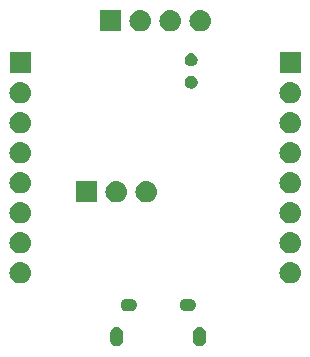
<source format=gbr>
%TF.GenerationSoftware,KiCad,Pcbnew,5.1.2*%
%TF.CreationDate,2019-09-03T08:08:03+08:00*%
%TF.ProjectId,stm32l011d4p6,73746d33-326c-4303-9131-643470362e6b,rev?*%
%TF.SameCoordinates,Original*%
%TF.FileFunction,Soldermask,Bot*%
%TF.FilePolarity,Negative*%
%FSLAX46Y46*%
G04 Gerber Fmt 4.6, Leading zero omitted, Abs format (unit mm)*
G04 Created by KiCad (PCBNEW 5.1.2) date 2019-09-03 08:08:03*
%MOMM*%
%LPD*%
G04 APERTURE LIST*
%ADD10C,0.350000*%
G04 APERTURE END LIST*
D10*
G36*
X158802014Y-88415973D02*
G01*
X158905878Y-88447479D01*
X158949907Y-88471013D01*
X159001599Y-88498643D01*
X159001601Y-88498644D01*
X159001600Y-88498644D01*
X159085501Y-88567499D01*
X159154356Y-88651400D01*
X159205521Y-88747121D01*
X159237027Y-88850985D01*
X159245000Y-88931933D01*
X159245000Y-89536067D01*
X159237027Y-89617015D01*
X159205521Y-89720879D01*
X159205519Y-89720882D01*
X159154357Y-89816600D01*
X159085501Y-89900501D01*
X159001600Y-89969357D01*
X158933055Y-90005995D01*
X158905879Y-90020521D01*
X158802015Y-90052027D01*
X158694000Y-90062666D01*
X158585986Y-90052027D01*
X158482122Y-90020521D01*
X158454946Y-90005995D01*
X158386401Y-89969357D01*
X158302500Y-89900501D01*
X158233643Y-89816599D01*
X158182481Y-89720882D01*
X158182480Y-89720879D01*
X158150973Y-89617015D01*
X158143000Y-89536067D01*
X158143000Y-88931934D01*
X158150973Y-88850986D01*
X158182479Y-88747122D01*
X158233644Y-88651400D01*
X158302499Y-88567499D01*
X158386400Y-88498644D01*
X158386399Y-88498644D01*
X158386401Y-88498643D01*
X158438093Y-88471013D01*
X158482121Y-88447479D01*
X158585985Y-88415973D01*
X158694000Y-88405334D01*
X158802014Y-88415973D01*
X158802014Y-88415973D01*
G37*
G36*
X151802014Y-88415973D02*
G01*
X151905878Y-88447479D01*
X151949907Y-88471013D01*
X152001599Y-88498643D01*
X152001601Y-88498644D01*
X152001600Y-88498644D01*
X152085501Y-88567499D01*
X152154356Y-88651400D01*
X152205521Y-88747121D01*
X152237027Y-88850985D01*
X152245000Y-88931933D01*
X152245000Y-89536067D01*
X152237027Y-89617015D01*
X152205521Y-89720879D01*
X152205519Y-89720882D01*
X152154357Y-89816600D01*
X152085501Y-89900501D01*
X152001600Y-89969357D01*
X151933055Y-90005995D01*
X151905879Y-90020521D01*
X151802015Y-90052027D01*
X151694000Y-90062666D01*
X151585986Y-90052027D01*
X151482122Y-90020521D01*
X151454946Y-90005995D01*
X151386401Y-89969357D01*
X151302500Y-89900501D01*
X151233643Y-89816599D01*
X151182481Y-89720882D01*
X151182480Y-89720879D01*
X151150973Y-89617015D01*
X151143000Y-89536067D01*
X151143000Y-88931934D01*
X151150973Y-88850986D01*
X151182479Y-88747122D01*
X151233644Y-88651400D01*
X151302499Y-88567499D01*
X151386400Y-88498644D01*
X151386399Y-88498644D01*
X151386401Y-88498643D01*
X151438093Y-88471013D01*
X151482121Y-88447479D01*
X151585985Y-88415973D01*
X151694000Y-88405334D01*
X151802014Y-88415973D01*
X151802014Y-88415973D01*
G37*
G36*
X152947114Y-86015611D02*
G01*
X153046265Y-86045688D01*
X153137644Y-86094531D01*
X153217738Y-86160262D01*
X153283469Y-86240356D01*
X153332312Y-86331735D01*
X153362389Y-86430886D01*
X153372545Y-86534000D01*
X153362389Y-86637114D01*
X153332312Y-86736265D01*
X153283469Y-86827644D01*
X153217738Y-86907738D01*
X153137644Y-86973469D01*
X153046265Y-87022312D01*
X152947114Y-87052389D01*
X152869839Y-87060000D01*
X152518161Y-87060000D01*
X152440886Y-87052389D01*
X152341735Y-87022312D01*
X152250356Y-86973469D01*
X152170262Y-86907738D01*
X152104531Y-86827644D01*
X152055688Y-86736265D01*
X152025611Y-86637114D01*
X152015455Y-86534000D01*
X152025611Y-86430886D01*
X152055688Y-86331735D01*
X152104531Y-86240356D01*
X152170262Y-86160262D01*
X152250356Y-86094531D01*
X152341735Y-86045688D01*
X152440886Y-86015611D01*
X152518161Y-86008000D01*
X152869839Y-86008000D01*
X152947114Y-86015611D01*
X152947114Y-86015611D01*
G37*
G36*
X157947114Y-86015611D02*
G01*
X158046265Y-86045688D01*
X158137644Y-86094531D01*
X158217738Y-86160262D01*
X158283469Y-86240356D01*
X158332312Y-86331735D01*
X158362389Y-86430886D01*
X158372545Y-86534000D01*
X158362389Y-86637114D01*
X158332312Y-86736265D01*
X158283469Y-86827644D01*
X158217738Y-86907738D01*
X158137644Y-86973469D01*
X158046265Y-87022312D01*
X157947114Y-87052389D01*
X157869839Y-87060000D01*
X157518161Y-87060000D01*
X157440886Y-87052389D01*
X157341735Y-87022312D01*
X157250356Y-86973469D01*
X157170262Y-86907738D01*
X157104531Y-86827644D01*
X157055688Y-86736265D01*
X157025611Y-86637114D01*
X157015455Y-86534000D01*
X157025611Y-86430886D01*
X157055688Y-86331735D01*
X157104531Y-86240356D01*
X157170262Y-86160262D01*
X157250356Y-86094531D01*
X157341735Y-86045688D01*
X157440886Y-86015611D01*
X157518161Y-86008000D01*
X157869839Y-86008000D01*
X157947114Y-86015611D01*
X157947114Y-86015611D01*
G37*
G36*
X166480443Y-82925519D02*
G01*
X166546627Y-82932037D01*
X166716466Y-82983557D01*
X166872991Y-83067222D01*
X166908729Y-83096552D01*
X167010186Y-83179814D01*
X167093448Y-83281271D01*
X167122778Y-83317009D01*
X167206443Y-83473534D01*
X167257963Y-83643373D01*
X167275359Y-83820000D01*
X167257963Y-83996627D01*
X167206443Y-84166466D01*
X167122778Y-84322991D01*
X167093448Y-84358729D01*
X167010186Y-84460186D01*
X166908729Y-84543448D01*
X166872991Y-84572778D01*
X166716466Y-84656443D01*
X166546627Y-84707963D01*
X166480443Y-84714481D01*
X166414260Y-84721000D01*
X166325740Y-84721000D01*
X166259557Y-84714481D01*
X166193373Y-84707963D01*
X166023534Y-84656443D01*
X165867009Y-84572778D01*
X165831271Y-84543448D01*
X165729814Y-84460186D01*
X165646552Y-84358729D01*
X165617222Y-84322991D01*
X165533557Y-84166466D01*
X165482037Y-83996627D01*
X165464641Y-83820000D01*
X165482037Y-83643373D01*
X165533557Y-83473534D01*
X165617222Y-83317009D01*
X165646552Y-83281271D01*
X165729814Y-83179814D01*
X165831271Y-83096552D01*
X165867009Y-83067222D01*
X166023534Y-82983557D01*
X166193373Y-82932037D01*
X166259557Y-82925519D01*
X166325740Y-82919000D01*
X166414260Y-82919000D01*
X166480443Y-82925519D01*
X166480443Y-82925519D01*
G37*
G36*
X143620443Y-82925519D02*
G01*
X143686627Y-82932037D01*
X143856466Y-82983557D01*
X144012991Y-83067222D01*
X144048729Y-83096552D01*
X144150186Y-83179814D01*
X144233448Y-83281271D01*
X144262778Y-83317009D01*
X144346443Y-83473534D01*
X144397963Y-83643373D01*
X144415359Y-83820000D01*
X144397963Y-83996627D01*
X144346443Y-84166466D01*
X144262778Y-84322991D01*
X144233448Y-84358729D01*
X144150186Y-84460186D01*
X144048729Y-84543448D01*
X144012991Y-84572778D01*
X143856466Y-84656443D01*
X143686627Y-84707963D01*
X143620443Y-84714481D01*
X143554260Y-84721000D01*
X143465740Y-84721000D01*
X143399557Y-84714481D01*
X143333373Y-84707963D01*
X143163534Y-84656443D01*
X143007009Y-84572778D01*
X142971271Y-84543448D01*
X142869814Y-84460186D01*
X142786552Y-84358729D01*
X142757222Y-84322991D01*
X142673557Y-84166466D01*
X142622037Y-83996627D01*
X142604641Y-83820000D01*
X142622037Y-83643373D01*
X142673557Y-83473534D01*
X142757222Y-83317009D01*
X142786552Y-83281271D01*
X142869814Y-83179814D01*
X142971271Y-83096552D01*
X143007009Y-83067222D01*
X143163534Y-82983557D01*
X143333373Y-82932037D01*
X143399557Y-82925519D01*
X143465740Y-82919000D01*
X143554260Y-82919000D01*
X143620443Y-82925519D01*
X143620443Y-82925519D01*
G37*
G36*
X166480442Y-80385518D02*
G01*
X166546627Y-80392037D01*
X166716466Y-80443557D01*
X166872991Y-80527222D01*
X166908729Y-80556552D01*
X167010186Y-80639814D01*
X167093448Y-80741271D01*
X167122778Y-80777009D01*
X167206443Y-80933534D01*
X167257963Y-81103373D01*
X167275359Y-81280000D01*
X167257963Y-81456627D01*
X167206443Y-81626466D01*
X167122778Y-81782991D01*
X167093448Y-81818729D01*
X167010186Y-81920186D01*
X166908729Y-82003448D01*
X166872991Y-82032778D01*
X166716466Y-82116443D01*
X166546627Y-82167963D01*
X166480443Y-82174481D01*
X166414260Y-82181000D01*
X166325740Y-82181000D01*
X166259557Y-82174481D01*
X166193373Y-82167963D01*
X166023534Y-82116443D01*
X165867009Y-82032778D01*
X165831271Y-82003448D01*
X165729814Y-81920186D01*
X165646552Y-81818729D01*
X165617222Y-81782991D01*
X165533557Y-81626466D01*
X165482037Y-81456627D01*
X165464641Y-81280000D01*
X165482037Y-81103373D01*
X165533557Y-80933534D01*
X165617222Y-80777009D01*
X165646552Y-80741271D01*
X165729814Y-80639814D01*
X165831271Y-80556552D01*
X165867009Y-80527222D01*
X166023534Y-80443557D01*
X166193373Y-80392037D01*
X166259558Y-80385518D01*
X166325740Y-80379000D01*
X166414260Y-80379000D01*
X166480442Y-80385518D01*
X166480442Y-80385518D01*
G37*
G36*
X143620442Y-80385518D02*
G01*
X143686627Y-80392037D01*
X143856466Y-80443557D01*
X144012991Y-80527222D01*
X144048729Y-80556552D01*
X144150186Y-80639814D01*
X144233448Y-80741271D01*
X144262778Y-80777009D01*
X144346443Y-80933534D01*
X144397963Y-81103373D01*
X144415359Y-81280000D01*
X144397963Y-81456627D01*
X144346443Y-81626466D01*
X144262778Y-81782991D01*
X144233448Y-81818729D01*
X144150186Y-81920186D01*
X144048729Y-82003448D01*
X144012991Y-82032778D01*
X143856466Y-82116443D01*
X143686627Y-82167963D01*
X143620443Y-82174481D01*
X143554260Y-82181000D01*
X143465740Y-82181000D01*
X143399557Y-82174481D01*
X143333373Y-82167963D01*
X143163534Y-82116443D01*
X143007009Y-82032778D01*
X142971271Y-82003448D01*
X142869814Y-81920186D01*
X142786552Y-81818729D01*
X142757222Y-81782991D01*
X142673557Y-81626466D01*
X142622037Y-81456627D01*
X142604641Y-81280000D01*
X142622037Y-81103373D01*
X142673557Y-80933534D01*
X142757222Y-80777009D01*
X142786552Y-80741271D01*
X142869814Y-80639814D01*
X142971271Y-80556552D01*
X143007009Y-80527222D01*
X143163534Y-80443557D01*
X143333373Y-80392037D01*
X143399558Y-80385518D01*
X143465740Y-80379000D01*
X143554260Y-80379000D01*
X143620442Y-80385518D01*
X143620442Y-80385518D01*
G37*
G36*
X166480443Y-77845519D02*
G01*
X166546627Y-77852037D01*
X166716466Y-77903557D01*
X166872991Y-77987222D01*
X166908729Y-78016552D01*
X167010186Y-78099814D01*
X167093448Y-78201271D01*
X167122778Y-78237009D01*
X167206443Y-78393534D01*
X167257963Y-78563373D01*
X167275359Y-78740000D01*
X167257963Y-78916627D01*
X167206443Y-79086466D01*
X167122778Y-79242991D01*
X167093448Y-79278729D01*
X167010186Y-79380186D01*
X166908729Y-79463448D01*
X166872991Y-79492778D01*
X166716466Y-79576443D01*
X166546627Y-79627963D01*
X166480442Y-79634482D01*
X166414260Y-79641000D01*
X166325740Y-79641000D01*
X166259558Y-79634482D01*
X166193373Y-79627963D01*
X166023534Y-79576443D01*
X165867009Y-79492778D01*
X165831271Y-79463448D01*
X165729814Y-79380186D01*
X165646552Y-79278729D01*
X165617222Y-79242991D01*
X165533557Y-79086466D01*
X165482037Y-78916627D01*
X165464641Y-78740000D01*
X165482037Y-78563373D01*
X165533557Y-78393534D01*
X165617222Y-78237009D01*
X165646552Y-78201271D01*
X165729814Y-78099814D01*
X165831271Y-78016552D01*
X165867009Y-77987222D01*
X166023534Y-77903557D01*
X166193373Y-77852037D01*
X166259557Y-77845519D01*
X166325740Y-77839000D01*
X166414260Y-77839000D01*
X166480443Y-77845519D01*
X166480443Y-77845519D01*
G37*
G36*
X143620443Y-77845519D02*
G01*
X143686627Y-77852037D01*
X143856466Y-77903557D01*
X144012991Y-77987222D01*
X144048729Y-78016552D01*
X144150186Y-78099814D01*
X144233448Y-78201271D01*
X144262778Y-78237009D01*
X144346443Y-78393534D01*
X144397963Y-78563373D01*
X144415359Y-78740000D01*
X144397963Y-78916627D01*
X144346443Y-79086466D01*
X144262778Y-79242991D01*
X144233448Y-79278729D01*
X144150186Y-79380186D01*
X144048729Y-79463448D01*
X144012991Y-79492778D01*
X143856466Y-79576443D01*
X143686627Y-79627963D01*
X143620442Y-79634482D01*
X143554260Y-79641000D01*
X143465740Y-79641000D01*
X143399558Y-79634482D01*
X143333373Y-79627963D01*
X143163534Y-79576443D01*
X143007009Y-79492778D01*
X142971271Y-79463448D01*
X142869814Y-79380186D01*
X142786552Y-79278729D01*
X142757222Y-79242991D01*
X142673557Y-79086466D01*
X142622037Y-78916627D01*
X142604641Y-78740000D01*
X142622037Y-78563373D01*
X142673557Y-78393534D01*
X142757222Y-78237009D01*
X142786552Y-78201271D01*
X142869814Y-78099814D01*
X142971271Y-78016552D01*
X143007009Y-77987222D01*
X143163534Y-77903557D01*
X143333373Y-77852037D01*
X143399557Y-77845519D01*
X143465740Y-77839000D01*
X143554260Y-77839000D01*
X143620443Y-77845519D01*
X143620443Y-77845519D01*
G37*
G36*
X154288443Y-76067519D02*
G01*
X154354627Y-76074037D01*
X154524466Y-76125557D01*
X154680991Y-76209222D01*
X154716729Y-76238552D01*
X154818186Y-76321814D01*
X154901448Y-76423271D01*
X154930778Y-76459009D01*
X155014443Y-76615534D01*
X155065963Y-76785373D01*
X155083359Y-76962000D01*
X155065963Y-77138627D01*
X155014443Y-77308466D01*
X154930778Y-77464991D01*
X154901448Y-77500729D01*
X154818186Y-77602186D01*
X154716729Y-77685448D01*
X154680991Y-77714778D01*
X154524466Y-77798443D01*
X154354627Y-77849963D01*
X154288443Y-77856481D01*
X154222260Y-77863000D01*
X154133740Y-77863000D01*
X154067557Y-77856481D01*
X154001373Y-77849963D01*
X153831534Y-77798443D01*
X153675009Y-77714778D01*
X153639271Y-77685448D01*
X153537814Y-77602186D01*
X153454552Y-77500729D01*
X153425222Y-77464991D01*
X153341557Y-77308466D01*
X153290037Y-77138627D01*
X153272641Y-76962000D01*
X153290037Y-76785373D01*
X153341557Y-76615534D01*
X153425222Y-76459009D01*
X153454552Y-76423271D01*
X153537814Y-76321814D01*
X153639271Y-76238552D01*
X153675009Y-76209222D01*
X153831534Y-76125557D01*
X154001373Y-76074037D01*
X154067557Y-76067519D01*
X154133740Y-76061000D01*
X154222260Y-76061000D01*
X154288443Y-76067519D01*
X154288443Y-76067519D01*
G37*
G36*
X149999000Y-77863000D02*
G01*
X148197000Y-77863000D01*
X148197000Y-76061000D01*
X149999000Y-76061000D01*
X149999000Y-77863000D01*
X149999000Y-77863000D01*
G37*
G36*
X151748443Y-76067519D02*
G01*
X151814627Y-76074037D01*
X151984466Y-76125557D01*
X152140991Y-76209222D01*
X152176729Y-76238552D01*
X152278186Y-76321814D01*
X152361448Y-76423271D01*
X152390778Y-76459009D01*
X152474443Y-76615534D01*
X152525963Y-76785373D01*
X152543359Y-76962000D01*
X152525963Y-77138627D01*
X152474443Y-77308466D01*
X152390778Y-77464991D01*
X152361448Y-77500729D01*
X152278186Y-77602186D01*
X152176729Y-77685448D01*
X152140991Y-77714778D01*
X151984466Y-77798443D01*
X151814627Y-77849963D01*
X151748443Y-77856481D01*
X151682260Y-77863000D01*
X151593740Y-77863000D01*
X151527557Y-77856481D01*
X151461373Y-77849963D01*
X151291534Y-77798443D01*
X151135009Y-77714778D01*
X151099271Y-77685448D01*
X150997814Y-77602186D01*
X150914552Y-77500729D01*
X150885222Y-77464991D01*
X150801557Y-77308466D01*
X150750037Y-77138627D01*
X150732641Y-76962000D01*
X150750037Y-76785373D01*
X150801557Y-76615534D01*
X150885222Y-76459009D01*
X150914552Y-76423271D01*
X150997814Y-76321814D01*
X151099271Y-76238552D01*
X151135009Y-76209222D01*
X151291534Y-76125557D01*
X151461373Y-76074037D01*
X151527557Y-76067519D01*
X151593740Y-76061000D01*
X151682260Y-76061000D01*
X151748443Y-76067519D01*
X151748443Y-76067519D01*
G37*
G36*
X143620442Y-75305518D02*
G01*
X143686627Y-75312037D01*
X143856466Y-75363557D01*
X144012991Y-75447222D01*
X144048729Y-75476552D01*
X144150186Y-75559814D01*
X144233448Y-75661271D01*
X144262778Y-75697009D01*
X144346443Y-75853534D01*
X144397963Y-76023373D01*
X144415359Y-76200000D01*
X144397963Y-76376627D01*
X144346443Y-76546466D01*
X144262778Y-76702991D01*
X144233448Y-76738729D01*
X144150186Y-76840186D01*
X144048729Y-76923448D01*
X144012991Y-76952778D01*
X143856466Y-77036443D01*
X143686627Y-77087963D01*
X143620442Y-77094482D01*
X143554260Y-77101000D01*
X143465740Y-77101000D01*
X143399558Y-77094482D01*
X143333373Y-77087963D01*
X143163534Y-77036443D01*
X143007009Y-76952778D01*
X142971271Y-76923448D01*
X142869814Y-76840186D01*
X142786552Y-76738729D01*
X142757222Y-76702991D01*
X142673557Y-76546466D01*
X142622037Y-76376627D01*
X142604641Y-76200000D01*
X142622037Y-76023373D01*
X142673557Y-75853534D01*
X142757222Y-75697009D01*
X142786552Y-75661271D01*
X142869814Y-75559814D01*
X142971271Y-75476552D01*
X143007009Y-75447222D01*
X143163534Y-75363557D01*
X143333373Y-75312037D01*
X143399558Y-75305518D01*
X143465740Y-75299000D01*
X143554260Y-75299000D01*
X143620442Y-75305518D01*
X143620442Y-75305518D01*
G37*
G36*
X166480442Y-75305518D02*
G01*
X166546627Y-75312037D01*
X166716466Y-75363557D01*
X166872991Y-75447222D01*
X166908729Y-75476552D01*
X167010186Y-75559814D01*
X167093448Y-75661271D01*
X167122778Y-75697009D01*
X167206443Y-75853534D01*
X167257963Y-76023373D01*
X167275359Y-76200000D01*
X167257963Y-76376627D01*
X167206443Y-76546466D01*
X167122778Y-76702991D01*
X167093448Y-76738729D01*
X167010186Y-76840186D01*
X166908729Y-76923448D01*
X166872991Y-76952778D01*
X166716466Y-77036443D01*
X166546627Y-77087963D01*
X166480442Y-77094482D01*
X166414260Y-77101000D01*
X166325740Y-77101000D01*
X166259558Y-77094482D01*
X166193373Y-77087963D01*
X166023534Y-77036443D01*
X165867009Y-76952778D01*
X165831271Y-76923448D01*
X165729814Y-76840186D01*
X165646552Y-76738729D01*
X165617222Y-76702991D01*
X165533557Y-76546466D01*
X165482037Y-76376627D01*
X165464641Y-76200000D01*
X165482037Y-76023373D01*
X165533557Y-75853534D01*
X165617222Y-75697009D01*
X165646552Y-75661271D01*
X165729814Y-75559814D01*
X165831271Y-75476552D01*
X165867009Y-75447222D01*
X166023534Y-75363557D01*
X166193373Y-75312037D01*
X166259558Y-75305518D01*
X166325740Y-75299000D01*
X166414260Y-75299000D01*
X166480442Y-75305518D01*
X166480442Y-75305518D01*
G37*
G36*
X166480442Y-72765518D02*
G01*
X166546627Y-72772037D01*
X166716466Y-72823557D01*
X166872991Y-72907222D01*
X166908729Y-72936552D01*
X167010186Y-73019814D01*
X167093448Y-73121271D01*
X167122778Y-73157009D01*
X167206443Y-73313534D01*
X167257963Y-73483373D01*
X167275359Y-73660000D01*
X167257963Y-73836627D01*
X167206443Y-74006466D01*
X167122778Y-74162991D01*
X167093448Y-74198729D01*
X167010186Y-74300186D01*
X166908729Y-74383448D01*
X166872991Y-74412778D01*
X166716466Y-74496443D01*
X166546627Y-74547963D01*
X166480442Y-74554482D01*
X166414260Y-74561000D01*
X166325740Y-74561000D01*
X166259558Y-74554482D01*
X166193373Y-74547963D01*
X166023534Y-74496443D01*
X165867009Y-74412778D01*
X165831271Y-74383448D01*
X165729814Y-74300186D01*
X165646552Y-74198729D01*
X165617222Y-74162991D01*
X165533557Y-74006466D01*
X165482037Y-73836627D01*
X165464641Y-73660000D01*
X165482037Y-73483373D01*
X165533557Y-73313534D01*
X165617222Y-73157009D01*
X165646552Y-73121271D01*
X165729814Y-73019814D01*
X165831271Y-72936552D01*
X165867009Y-72907222D01*
X166023534Y-72823557D01*
X166193373Y-72772037D01*
X166259558Y-72765518D01*
X166325740Y-72759000D01*
X166414260Y-72759000D01*
X166480442Y-72765518D01*
X166480442Y-72765518D01*
G37*
G36*
X143620442Y-72765518D02*
G01*
X143686627Y-72772037D01*
X143856466Y-72823557D01*
X144012991Y-72907222D01*
X144048729Y-72936552D01*
X144150186Y-73019814D01*
X144233448Y-73121271D01*
X144262778Y-73157009D01*
X144346443Y-73313534D01*
X144397963Y-73483373D01*
X144415359Y-73660000D01*
X144397963Y-73836627D01*
X144346443Y-74006466D01*
X144262778Y-74162991D01*
X144233448Y-74198729D01*
X144150186Y-74300186D01*
X144048729Y-74383448D01*
X144012991Y-74412778D01*
X143856466Y-74496443D01*
X143686627Y-74547963D01*
X143620442Y-74554482D01*
X143554260Y-74561000D01*
X143465740Y-74561000D01*
X143399558Y-74554482D01*
X143333373Y-74547963D01*
X143163534Y-74496443D01*
X143007009Y-74412778D01*
X142971271Y-74383448D01*
X142869814Y-74300186D01*
X142786552Y-74198729D01*
X142757222Y-74162991D01*
X142673557Y-74006466D01*
X142622037Y-73836627D01*
X142604641Y-73660000D01*
X142622037Y-73483373D01*
X142673557Y-73313534D01*
X142757222Y-73157009D01*
X142786552Y-73121271D01*
X142869814Y-73019814D01*
X142971271Y-72936552D01*
X143007009Y-72907222D01*
X143163534Y-72823557D01*
X143333373Y-72772037D01*
X143399558Y-72765518D01*
X143465740Y-72759000D01*
X143554260Y-72759000D01*
X143620442Y-72765518D01*
X143620442Y-72765518D01*
G37*
G36*
X166480442Y-70225518D02*
G01*
X166546627Y-70232037D01*
X166716466Y-70283557D01*
X166872991Y-70367222D01*
X166908729Y-70396552D01*
X167010186Y-70479814D01*
X167093448Y-70581271D01*
X167122778Y-70617009D01*
X167206443Y-70773534D01*
X167257963Y-70943373D01*
X167275359Y-71120000D01*
X167257963Y-71296627D01*
X167206443Y-71466466D01*
X167122778Y-71622991D01*
X167093448Y-71658729D01*
X167010186Y-71760186D01*
X166908729Y-71843448D01*
X166872991Y-71872778D01*
X166716466Y-71956443D01*
X166546627Y-72007963D01*
X166480443Y-72014481D01*
X166414260Y-72021000D01*
X166325740Y-72021000D01*
X166259557Y-72014481D01*
X166193373Y-72007963D01*
X166023534Y-71956443D01*
X165867009Y-71872778D01*
X165831271Y-71843448D01*
X165729814Y-71760186D01*
X165646552Y-71658729D01*
X165617222Y-71622991D01*
X165533557Y-71466466D01*
X165482037Y-71296627D01*
X165464641Y-71120000D01*
X165482037Y-70943373D01*
X165533557Y-70773534D01*
X165617222Y-70617009D01*
X165646552Y-70581271D01*
X165729814Y-70479814D01*
X165831271Y-70396552D01*
X165867009Y-70367222D01*
X166023534Y-70283557D01*
X166193373Y-70232037D01*
X166259558Y-70225518D01*
X166325740Y-70219000D01*
X166414260Y-70219000D01*
X166480442Y-70225518D01*
X166480442Y-70225518D01*
G37*
G36*
X143620442Y-70225518D02*
G01*
X143686627Y-70232037D01*
X143856466Y-70283557D01*
X144012991Y-70367222D01*
X144048729Y-70396552D01*
X144150186Y-70479814D01*
X144233448Y-70581271D01*
X144262778Y-70617009D01*
X144346443Y-70773534D01*
X144397963Y-70943373D01*
X144415359Y-71120000D01*
X144397963Y-71296627D01*
X144346443Y-71466466D01*
X144262778Y-71622991D01*
X144233448Y-71658729D01*
X144150186Y-71760186D01*
X144048729Y-71843448D01*
X144012991Y-71872778D01*
X143856466Y-71956443D01*
X143686627Y-72007963D01*
X143620443Y-72014481D01*
X143554260Y-72021000D01*
X143465740Y-72021000D01*
X143399557Y-72014481D01*
X143333373Y-72007963D01*
X143163534Y-71956443D01*
X143007009Y-71872778D01*
X142971271Y-71843448D01*
X142869814Y-71760186D01*
X142786552Y-71658729D01*
X142757222Y-71622991D01*
X142673557Y-71466466D01*
X142622037Y-71296627D01*
X142604641Y-71120000D01*
X142622037Y-70943373D01*
X142673557Y-70773534D01*
X142757222Y-70617009D01*
X142786552Y-70581271D01*
X142869814Y-70479814D01*
X142971271Y-70396552D01*
X143007009Y-70367222D01*
X143163534Y-70283557D01*
X143333373Y-70232037D01*
X143399558Y-70225518D01*
X143465740Y-70219000D01*
X143554260Y-70219000D01*
X143620442Y-70225518D01*
X143620442Y-70225518D01*
G37*
G36*
X166480443Y-67685519D02*
G01*
X166546627Y-67692037D01*
X166716466Y-67743557D01*
X166872991Y-67827222D01*
X166896750Y-67846721D01*
X167010186Y-67939814D01*
X167090140Y-68037240D01*
X167122778Y-68077009D01*
X167206443Y-68233534D01*
X167257963Y-68403373D01*
X167275359Y-68580000D01*
X167257963Y-68756627D01*
X167206443Y-68926466D01*
X167122778Y-69082991D01*
X167093448Y-69118729D01*
X167010186Y-69220186D01*
X166908729Y-69303448D01*
X166872991Y-69332778D01*
X166716466Y-69416443D01*
X166546627Y-69467963D01*
X166480442Y-69474482D01*
X166414260Y-69481000D01*
X166325740Y-69481000D01*
X166259558Y-69474482D01*
X166193373Y-69467963D01*
X166023534Y-69416443D01*
X165867009Y-69332778D01*
X165831271Y-69303448D01*
X165729814Y-69220186D01*
X165646552Y-69118729D01*
X165617222Y-69082991D01*
X165533557Y-68926466D01*
X165482037Y-68756627D01*
X165464641Y-68580000D01*
X165482037Y-68403373D01*
X165533557Y-68233534D01*
X165617222Y-68077009D01*
X165649860Y-68037240D01*
X165729814Y-67939814D01*
X165843250Y-67846721D01*
X165867009Y-67827222D01*
X166023534Y-67743557D01*
X166193373Y-67692037D01*
X166259557Y-67685519D01*
X166325740Y-67679000D01*
X166414260Y-67679000D01*
X166480443Y-67685519D01*
X166480443Y-67685519D01*
G37*
G36*
X143620443Y-67685519D02*
G01*
X143686627Y-67692037D01*
X143856466Y-67743557D01*
X144012991Y-67827222D01*
X144036750Y-67846721D01*
X144150186Y-67939814D01*
X144230140Y-68037240D01*
X144262778Y-68077009D01*
X144346443Y-68233534D01*
X144397963Y-68403373D01*
X144415359Y-68580000D01*
X144397963Y-68756627D01*
X144346443Y-68926466D01*
X144262778Y-69082991D01*
X144233448Y-69118729D01*
X144150186Y-69220186D01*
X144048729Y-69303448D01*
X144012991Y-69332778D01*
X143856466Y-69416443D01*
X143686627Y-69467963D01*
X143620442Y-69474482D01*
X143554260Y-69481000D01*
X143465740Y-69481000D01*
X143399558Y-69474482D01*
X143333373Y-69467963D01*
X143163534Y-69416443D01*
X143007009Y-69332778D01*
X142971271Y-69303448D01*
X142869814Y-69220186D01*
X142786552Y-69118729D01*
X142757222Y-69082991D01*
X142673557Y-68926466D01*
X142622037Y-68756627D01*
X142604641Y-68580000D01*
X142622037Y-68403373D01*
X142673557Y-68233534D01*
X142757222Y-68077009D01*
X142789860Y-68037240D01*
X142869814Y-67939814D01*
X142983250Y-67846721D01*
X143007009Y-67827222D01*
X143163534Y-67743557D01*
X143333373Y-67692037D01*
X143399557Y-67685519D01*
X143465740Y-67679000D01*
X143554260Y-67679000D01*
X143620443Y-67685519D01*
X143620443Y-67685519D01*
G37*
G36*
X158148721Y-67156174D02*
G01*
X158248995Y-67197709D01*
X158248996Y-67197710D01*
X158339242Y-67258010D01*
X158415990Y-67334758D01*
X158415991Y-67334760D01*
X158476291Y-67425005D01*
X158517826Y-67525279D01*
X158539000Y-67631730D01*
X158539000Y-67740270D01*
X158517826Y-67846721D01*
X158476291Y-67946995D01*
X158476290Y-67946996D01*
X158415990Y-68037242D01*
X158339242Y-68113990D01*
X158293812Y-68144345D01*
X158248995Y-68174291D01*
X158148721Y-68215826D01*
X158042270Y-68237000D01*
X157933730Y-68237000D01*
X157827279Y-68215826D01*
X157727005Y-68174291D01*
X157682188Y-68144345D01*
X157636758Y-68113990D01*
X157560010Y-68037242D01*
X157499710Y-67946996D01*
X157499709Y-67946995D01*
X157458174Y-67846721D01*
X157437000Y-67740270D01*
X157437000Y-67631730D01*
X157458174Y-67525279D01*
X157499709Y-67425005D01*
X157560009Y-67334760D01*
X157560010Y-67334758D01*
X157636758Y-67258010D01*
X157727004Y-67197710D01*
X157727005Y-67197709D01*
X157827279Y-67156174D01*
X157933730Y-67135000D01*
X158042270Y-67135000D01*
X158148721Y-67156174D01*
X158148721Y-67156174D01*
G37*
G36*
X144411000Y-66941000D02*
G01*
X142609000Y-66941000D01*
X142609000Y-65139000D01*
X144411000Y-65139000D01*
X144411000Y-66941000D01*
X144411000Y-66941000D01*
G37*
G36*
X167271000Y-66941000D02*
G01*
X165469000Y-66941000D01*
X165469000Y-65139000D01*
X167271000Y-65139000D01*
X167271000Y-66941000D01*
X167271000Y-66941000D01*
G37*
G36*
X158148721Y-65256174D02*
G01*
X158248995Y-65297709D01*
X158248996Y-65297710D01*
X158339242Y-65358010D01*
X158415990Y-65434758D01*
X158415991Y-65434760D01*
X158476291Y-65525005D01*
X158517826Y-65625279D01*
X158539000Y-65731730D01*
X158539000Y-65840270D01*
X158517826Y-65946721D01*
X158476291Y-66046995D01*
X158476290Y-66046996D01*
X158415990Y-66137242D01*
X158339242Y-66213990D01*
X158293812Y-66244345D01*
X158248995Y-66274291D01*
X158148721Y-66315826D01*
X158042270Y-66337000D01*
X157933730Y-66337000D01*
X157827279Y-66315826D01*
X157727005Y-66274291D01*
X157682188Y-66244345D01*
X157636758Y-66213990D01*
X157560010Y-66137242D01*
X157499710Y-66046996D01*
X157499709Y-66046995D01*
X157458174Y-65946721D01*
X157437000Y-65840270D01*
X157437000Y-65731730D01*
X157458174Y-65625279D01*
X157499709Y-65525005D01*
X157560009Y-65434760D01*
X157560010Y-65434758D01*
X157636758Y-65358010D01*
X157727004Y-65297710D01*
X157727005Y-65297709D01*
X157827279Y-65256174D01*
X157933730Y-65235000D01*
X158042270Y-65235000D01*
X158148721Y-65256174D01*
X158148721Y-65256174D01*
G37*
G36*
X156320442Y-61589518D02*
G01*
X156386627Y-61596037D01*
X156556466Y-61647557D01*
X156712991Y-61731222D01*
X156748729Y-61760552D01*
X156850186Y-61843814D01*
X156933448Y-61945271D01*
X156962778Y-61981009D01*
X157046443Y-62137534D01*
X157097963Y-62307373D01*
X157115359Y-62484000D01*
X157097963Y-62660627D01*
X157046443Y-62830466D01*
X156962778Y-62986991D01*
X156933448Y-63022729D01*
X156850186Y-63124186D01*
X156748729Y-63207448D01*
X156712991Y-63236778D01*
X156556466Y-63320443D01*
X156386627Y-63371963D01*
X156320442Y-63378482D01*
X156254260Y-63385000D01*
X156165740Y-63385000D01*
X156099558Y-63378482D01*
X156033373Y-63371963D01*
X155863534Y-63320443D01*
X155707009Y-63236778D01*
X155671271Y-63207448D01*
X155569814Y-63124186D01*
X155486552Y-63022729D01*
X155457222Y-62986991D01*
X155373557Y-62830466D01*
X155322037Y-62660627D01*
X155304641Y-62484000D01*
X155322037Y-62307373D01*
X155373557Y-62137534D01*
X155457222Y-61981009D01*
X155486552Y-61945271D01*
X155569814Y-61843814D01*
X155671271Y-61760552D01*
X155707009Y-61731222D01*
X155863534Y-61647557D01*
X156033373Y-61596037D01*
X156099558Y-61589518D01*
X156165740Y-61583000D01*
X156254260Y-61583000D01*
X156320442Y-61589518D01*
X156320442Y-61589518D01*
G37*
G36*
X158860442Y-61589518D02*
G01*
X158926627Y-61596037D01*
X159096466Y-61647557D01*
X159252991Y-61731222D01*
X159288729Y-61760552D01*
X159390186Y-61843814D01*
X159473448Y-61945271D01*
X159502778Y-61981009D01*
X159586443Y-62137534D01*
X159637963Y-62307373D01*
X159655359Y-62484000D01*
X159637963Y-62660627D01*
X159586443Y-62830466D01*
X159502778Y-62986991D01*
X159473448Y-63022729D01*
X159390186Y-63124186D01*
X159288729Y-63207448D01*
X159252991Y-63236778D01*
X159096466Y-63320443D01*
X158926627Y-63371963D01*
X158860442Y-63378482D01*
X158794260Y-63385000D01*
X158705740Y-63385000D01*
X158639558Y-63378482D01*
X158573373Y-63371963D01*
X158403534Y-63320443D01*
X158247009Y-63236778D01*
X158211271Y-63207448D01*
X158109814Y-63124186D01*
X158026552Y-63022729D01*
X157997222Y-62986991D01*
X157913557Y-62830466D01*
X157862037Y-62660627D01*
X157844641Y-62484000D01*
X157862037Y-62307373D01*
X157913557Y-62137534D01*
X157997222Y-61981009D01*
X158026552Y-61945271D01*
X158109814Y-61843814D01*
X158211271Y-61760552D01*
X158247009Y-61731222D01*
X158403534Y-61647557D01*
X158573373Y-61596037D01*
X158639558Y-61589518D01*
X158705740Y-61583000D01*
X158794260Y-61583000D01*
X158860442Y-61589518D01*
X158860442Y-61589518D01*
G37*
G36*
X153780442Y-61589518D02*
G01*
X153846627Y-61596037D01*
X154016466Y-61647557D01*
X154172991Y-61731222D01*
X154208729Y-61760552D01*
X154310186Y-61843814D01*
X154393448Y-61945271D01*
X154422778Y-61981009D01*
X154506443Y-62137534D01*
X154557963Y-62307373D01*
X154575359Y-62484000D01*
X154557963Y-62660627D01*
X154506443Y-62830466D01*
X154422778Y-62986991D01*
X154393448Y-63022729D01*
X154310186Y-63124186D01*
X154208729Y-63207448D01*
X154172991Y-63236778D01*
X154016466Y-63320443D01*
X153846627Y-63371963D01*
X153780442Y-63378482D01*
X153714260Y-63385000D01*
X153625740Y-63385000D01*
X153559558Y-63378482D01*
X153493373Y-63371963D01*
X153323534Y-63320443D01*
X153167009Y-63236778D01*
X153131271Y-63207448D01*
X153029814Y-63124186D01*
X152946552Y-63022729D01*
X152917222Y-62986991D01*
X152833557Y-62830466D01*
X152782037Y-62660627D01*
X152764641Y-62484000D01*
X152782037Y-62307373D01*
X152833557Y-62137534D01*
X152917222Y-61981009D01*
X152946552Y-61945271D01*
X153029814Y-61843814D01*
X153131271Y-61760552D01*
X153167009Y-61731222D01*
X153323534Y-61647557D01*
X153493373Y-61596037D01*
X153559558Y-61589518D01*
X153625740Y-61583000D01*
X153714260Y-61583000D01*
X153780442Y-61589518D01*
X153780442Y-61589518D01*
G37*
G36*
X152031000Y-63385000D02*
G01*
X150229000Y-63385000D01*
X150229000Y-61583000D01*
X152031000Y-61583000D01*
X152031000Y-63385000D01*
X152031000Y-63385000D01*
G37*
M02*

</source>
